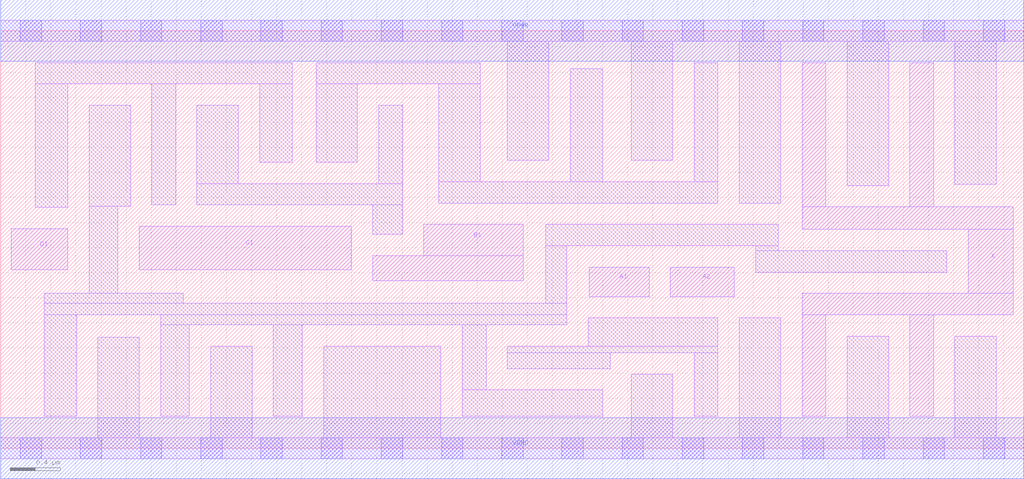
<source format=lef>
# Copyright 2020 The SkyWater PDK Authors
#
# Licensed under the Apache License, Version 2.0 (the "License");
# you may not use this file except in compliance with the License.
# You may obtain a copy of the License at
#
#     https://www.apache.org/licenses/LICENSE-2.0
#
# Unless required by applicable law or agreed to in writing, software
# distributed under the License is distributed on an "AS IS" BASIS,
# WITHOUT WARRANTIES OR CONDITIONS OF ANY KIND, either express or implied.
# See the License for the specific language governing permissions and
# limitations under the License.
#
# SPDX-License-Identifier: Apache-2.0

VERSION 5.7 ;
  NOWIREEXTENSIONATPIN ON ;
  DIVIDERCHAR "/" ;
  BUSBITCHARS "[]" ;
UNITS
  DATABASE MICRONS 200 ;
END UNITS
MACRO sky130_fd_sc_lp__a2111o_4
  CLASS CORE ;
  FOREIGN sky130_fd_sc_lp__a2111o_4 ;
  ORIGIN  0.000000  0.000000 ;
  SIZE  8.160000 BY  3.330000 ;
  SYMMETRY X Y R90 ;
  SITE unit ;
  PIN A1
    ANTENNAGATEAREA  0.630000 ;
    DIRECTION INPUT ;
    USE SIGNAL ;
    PORT
      LAYER li1 ;
        RECT 4.695000 1.210000 5.170000 1.445000 ;
    END
  END A1
  PIN A2
    ANTENNAGATEAREA  0.630000 ;
    DIRECTION INPUT ;
    USE SIGNAL ;
    PORT
      LAYER li1 ;
        RECT 5.340000 1.210000 5.850000 1.445000 ;
    END
  END A2
  PIN B1
    ANTENNAGATEAREA  0.630000 ;
    DIRECTION INPUT ;
    USE SIGNAL ;
    PORT
      LAYER li1 ;
        RECT 2.965000 1.335000 4.165000 1.535000 ;
        RECT 3.375000 1.535000 4.165000 1.785000 ;
    END
  END B1
  PIN C1
    ANTENNAGATEAREA  0.630000 ;
    DIRECTION INPUT ;
    USE SIGNAL ;
    PORT
      LAYER li1 ;
        RECT 1.105000 1.425000 2.795000 1.770000 ;
    END
  END C1
  PIN D1
    ANTENNAGATEAREA  0.630000 ;
    DIRECTION INPUT ;
    USE SIGNAL ;
    PORT
      LAYER li1 ;
        RECT 0.085000 1.425000 0.535000 1.750000 ;
    END
  END D1
  PIN X
    ANTENNADIFFAREA  1.176000 ;
    DIRECTION OUTPUT ;
    USE SIGNAL ;
    PORT
      LAYER li1 ;
        RECT 6.390000 0.255000 6.580000 1.065000 ;
        RECT 6.390000 1.065000 8.075000 1.235000 ;
        RECT 6.390000 1.745000 8.075000 1.925000 ;
        RECT 6.390000 1.925000 6.580000 3.075000 ;
        RECT 7.250000 0.255000 7.440000 1.065000 ;
        RECT 7.250000 1.925000 7.440000 3.075000 ;
        RECT 7.715000 1.235000 8.075000 1.745000 ;
    END
  END X
  PIN VGND
    DIRECTION INOUT ;
    USE GROUND ;
    PORT
      LAYER met1 ;
        RECT 0.000000 -0.245000 8.160000 0.245000 ;
    END
  END VGND
  PIN VPWR
    DIRECTION INOUT ;
    USE POWER ;
    PORT
      LAYER met1 ;
        RECT 0.000000 3.085000 8.160000 3.575000 ;
    END
  END VPWR
  OBS
    LAYER li1 ;
      RECT 0.000000 -0.085000 8.160000 0.085000 ;
      RECT 0.000000  3.245000 8.160000 3.415000 ;
      RECT 0.275000  1.920000 0.535000 2.905000 ;
      RECT 0.275000  2.905000 2.325000 3.075000 ;
      RECT 0.345000  0.255000 0.605000 1.065000 ;
      RECT 0.345000  1.065000 4.515000 1.155000 ;
      RECT 0.345000  1.155000 1.455000 1.235000 ;
      RECT 0.705000  1.235000 0.935000 1.930000 ;
      RECT 0.705000  1.930000 1.035000 2.735000 ;
      RECT 0.775000  0.085000 1.105000 0.885000 ;
      RECT 1.205000  1.940000 1.395000 2.905000 ;
      RECT 1.275000  0.255000 1.505000 0.985000 ;
      RECT 1.275000  0.985000 4.515000 1.065000 ;
      RECT 1.565000  1.940000 3.205000 2.110000 ;
      RECT 1.565000  2.110000 1.895000 2.735000 ;
      RECT 1.675000  0.085000 2.005000 0.815000 ;
      RECT 2.065000  2.280000 2.325000 2.905000 ;
      RECT 2.175000  0.255000 2.405000 0.985000 ;
      RECT 2.515000  2.280000 2.845000 2.905000 ;
      RECT 2.515000  2.905000 3.825000 3.075000 ;
      RECT 2.575000  0.085000 3.510000 0.815000 ;
      RECT 2.965000  1.705000 3.205000 1.940000 ;
      RECT 3.015000  2.110000 3.205000 2.735000 ;
      RECT 3.495000  1.955000 5.720000 2.125000 ;
      RECT 3.495000  2.125000 3.825000 2.905000 ;
      RECT 3.680000  0.255000 4.800000 0.465000 ;
      RECT 3.680000  0.465000 3.870000 0.985000 ;
      RECT 4.040000  0.635000 4.860000 0.760000 ;
      RECT 4.040000  0.760000 5.720000 0.815000 ;
      RECT 4.040000  2.295000 4.370000 3.245000 ;
      RECT 4.345000  1.155000 4.515000 1.615000 ;
      RECT 4.345000  1.615000 6.200000 1.785000 ;
      RECT 4.540000  2.125000 4.800000 3.025000 ;
      RECT 4.685000  0.815000 5.720000 1.040000 ;
      RECT 5.030000  0.085000 5.360000 0.590000 ;
      RECT 5.030000  2.295000 5.360000 3.245000 ;
      RECT 5.530000  0.255000 5.720000 0.760000 ;
      RECT 5.530000  2.125000 5.720000 3.075000 ;
      RECT 5.890000  0.085000 6.220000 1.040000 ;
      RECT 5.890000  1.955000 6.220000 3.245000 ;
      RECT 6.020000  1.405000 7.545000 1.575000 ;
      RECT 6.020000  1.575000 6.200000 1.615000 ;
      RECT 6.750000  0.085000 7.080000 0.895000 ;
      RECT 6.750000  2.095000 7.080000 3.245000 ;
      RECT 7.610000  0.085000 7.940000 0.895000 ;
      RECT 7.610000  2.105000 7.940000 3.245000 ;
    LAYER mcon ;
      RECT 0.155000 -0.085000 0.325000 0.085000 ;
      RECT 0.155000  3.245000 0.325000 3.415000 ;
      RECT 0.635000 -0.085000 0.805000 0.085000 ;
      RECT 0.635000  3.245000 0.805000 3.415000 ;
      RECT 1.115000 -0.085000 1.285000 0.085000 ;
      RECT 1.115000  3.245000 1.285000 3.415000 ;
      RECT 1.595000 -0.085000 1.765000 0.085000 ;
      RECT 1.595000  3.245000 1.765000 3.415000 ;
      RECT 2.075000 -0.085000 2.245000 0.085000 ;
      RECT 2.075000  3.245000 2.245000 3.415000 ;
      RECT 2.555000 -0.085000 2.725000 0.085000 ;
      RECT 2.555000  3.245000 2.725000 3.415000 ;
      RECT 3.035000 -0.085000 3.205000 0.085000 ;
      RECT 3.035000  3.245000 3.205000 3.415000 ;
      RECT 3.515000 -0.085000 3.685000 0.085000 ;
      RECT 3.515000  3.245000 3.685000 3.415000 ;
      RECT 3.995000 -0.085000 4.165000 0.085000 ;
      RECT 3.995000  3.245000 4.165000 3.415000 ;
      RECT 4.475000 -0.085000 4.645000 0.085000 ;
      RECT 4.475000  3.245000 4.645000 3.415000 ;
      RECT 4.955000 -0.085000 5.125000 0.085000 ;
      RECT 4.955000  3.245000 5.125000 3.415000 ;
      RECT 5.435000 -0.085000 5.605000 0.085000 ;
      RECT 5.435000  3.245000 5.605000 3.415000 ;
      RECT 5.915000 -0.085000 6.085000 0.085000 ;
      RECT 5.915000  3.245000 6.085000 3.415000 ;
      RECT 6.395000 -0.085000 6.565000 0.085000 ;
      RECT 6.395000  3.245000 6.565000 3.415000 ;
      RECT 6.875000 -0.085000 7.045000 0.085000 ;
      RECT 6.875000  3.245000 7.045000 3.415000 ;
      RECT 7.355000 -0.085000 7.525000 0.085000 ;
      RECT 7.355000  3.245000 7.525000 3.415000 ;
      RECT 7.835000 -0.085000 8.005000 0.085000 ;
      RECT 7.835000  3.245000 8.005000 3.415000 ;
  END
END sky130_fd_sc_lp__a2111o_4
END LIBRARY

</source>
